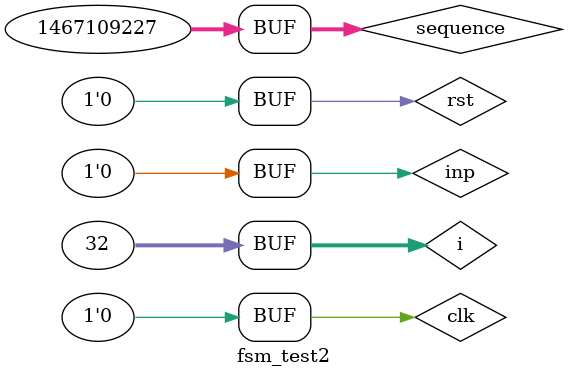
<source format=v>
module fsm_test2;

reg  clk, rst, inp;
wire outp;
reg[31:0] sequence;
integer i;

fsm dut( clk, rst, inp, outp);

initial
begin

   clk = 0;
        rst = 1;
        sequence = 32'b0101_0111_0111_0010_0100_1111_0110_1011;
   #5 rst = 0;

   for( i = 0; i <= 31; i = i + 1)
   begin
      inp = sequence[i];
      #2 clk = 1;
      #2 clk = 0;
      $display("State = ", dut.state, " Input = ", inp, ", Output = ", outp);

   end
end

initial
begin
$dumpfile("test.vcd");
$dumpvars(0,fsm_test2);  
end

endmodule
</source>
